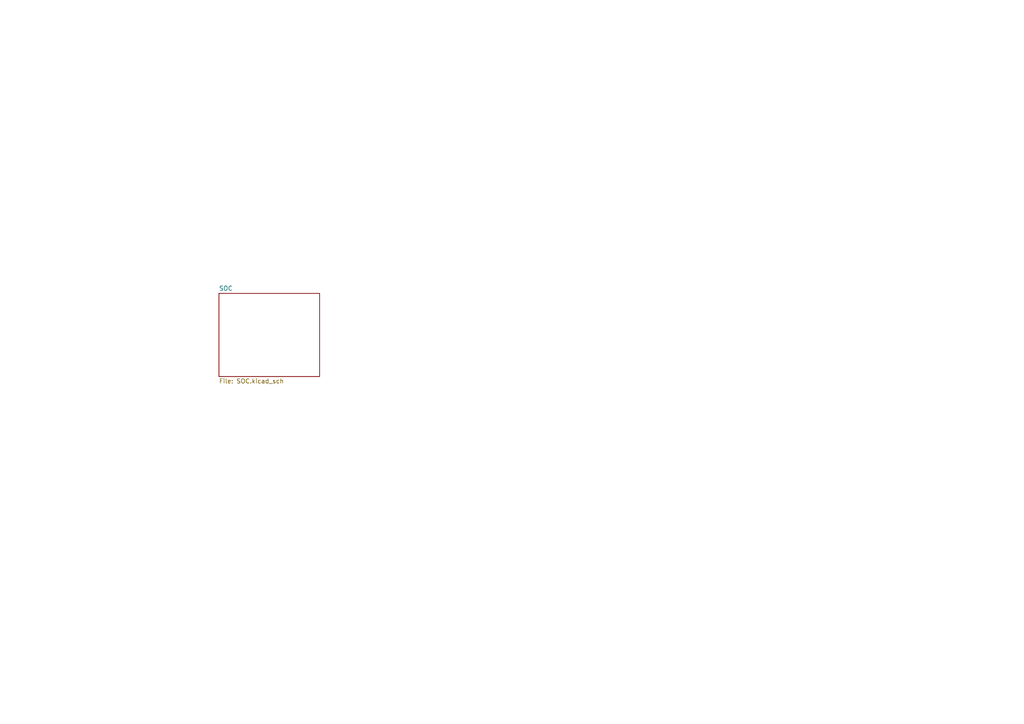
<source format=kicad_sch>
(kicad_sch
	(version 20231120)
	(generator "eeschema")
	(generator_version "8.0")
	(uuid "21417b24-2807-434f-9407-9f6bd76575f2")
	(paper "A4")
	(lib_symbols)
	(sheet
		(at 63.5 85.09)
		(size 29.21 24.13)
		(fields_autoplaced yes)
		(stroke
			(width 0.1524)
			(type solid)
		)
		(fill
			(color 0 0 0 0.0000)
		)
		(uuid "717bfd23-f4aa-4d7c-8b70-b5a700946132")
		(property "Sheetname" "SOC"
			(at 63.5 84.3784 0)
			(effects
				(font
					(size 1.27 1.27)
				)
				(justify left bottom)
			)
		)
		(property "Sheetfile" "SOC.kicad_sch"
			(at 63.5 109.8046 0)
			(effects
				(font
					(size 1.27 1.27)
				)
				(justify left top)
			)
		)
		(instances
			(project "Project_Main_V1"
				(path "/21417b24-2807-434f-9407-9f6bd76575f2"
					(page "2")
				)
			)
		)
	)
	(sheet_instances
		(path "/"
			(page "1")
		)
	)
)

</source>
